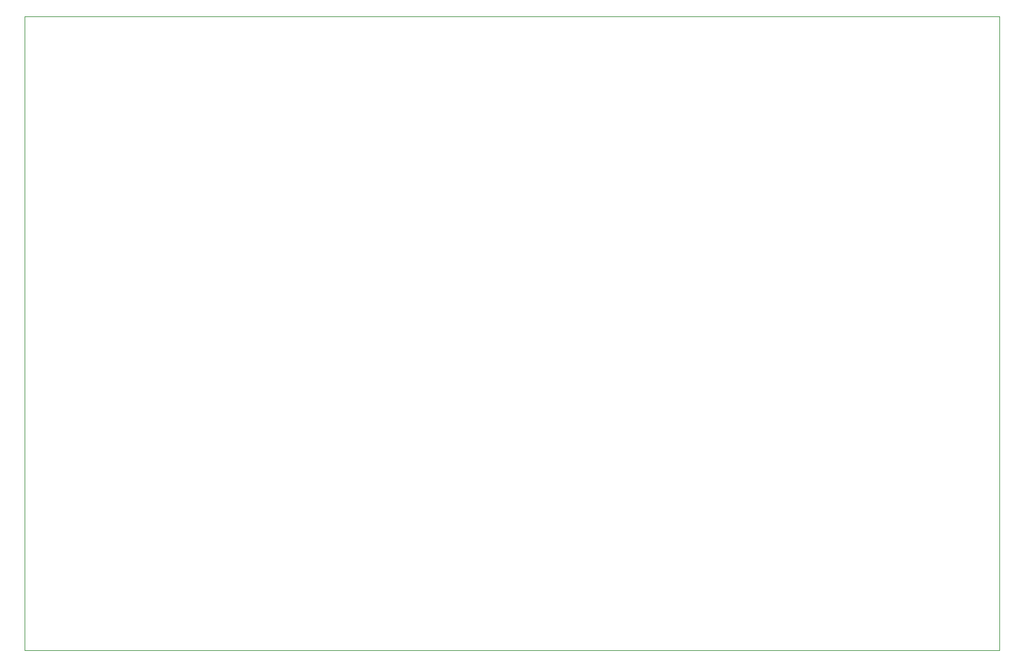
<source format=gm1>
G04 #@! TF.GenerationSoftware,KiCad,Pcbnew,(5.1.2)-1*
G04 #@! TF.CreationDate,2020-01-29T21:10:47+02:00*
G04 #@! TF.ProjectId,PCB,5043422e-6b69-4636-9164-5f7063625858,rev?*
G04 #@! TF.SameCoordinates,Original*
G04 #@! TF.FileFunction,Profile,NP*
%FSLAX46Y46*%
G04 Gerber Fmt 4.6, Leading zero omitted, Abs format (unit mm)*
G04 Created by KiCad (PCBNEW (5.1.2)-1) date 2020-01-29 21:10:47*
%MOMM*%
%LPD*%
G04 APERTURE LIST*
%ADD10C,0.050000*%
G04 APERTURE END LIST*
D10*
X177800000Y-97790000D02*
X177800000Y-102870000D01*
X46990000Y-97790000D02*
X46990000Y-102870000D01*
X167640000Y-102870000D02*
X177800000Y-102870000D01*
X167640000Y-17780000D02*
X177800000Y-17780000D01*
X46990000Y-97790000D02*
X46990000Y-96520000D01*
X48260000Y-102870000D02*
X46990000Y-102870000D01*
X46990000Y-17780000D02*
X48260000Y-17780000D01*
X46990000Y-19050000D02*
X46990000Y-17780000D01*
X167640000Y-17780000D02*
X166370000Y-17780000D01*
X167640000Y-102870000D02*
X166370000Y-102870000D01*
X177800000Y-17780000D02*
X177800000Y-97790000D01*
X48260000Y-17780000D02*
X166370000Y-17780000D01*
X48260000Y-102870000D02*
X166370000Y-102870000D01*
X46990000Y-96520000D02*
X46990000Y-19050000D01*
M02*

</source>
